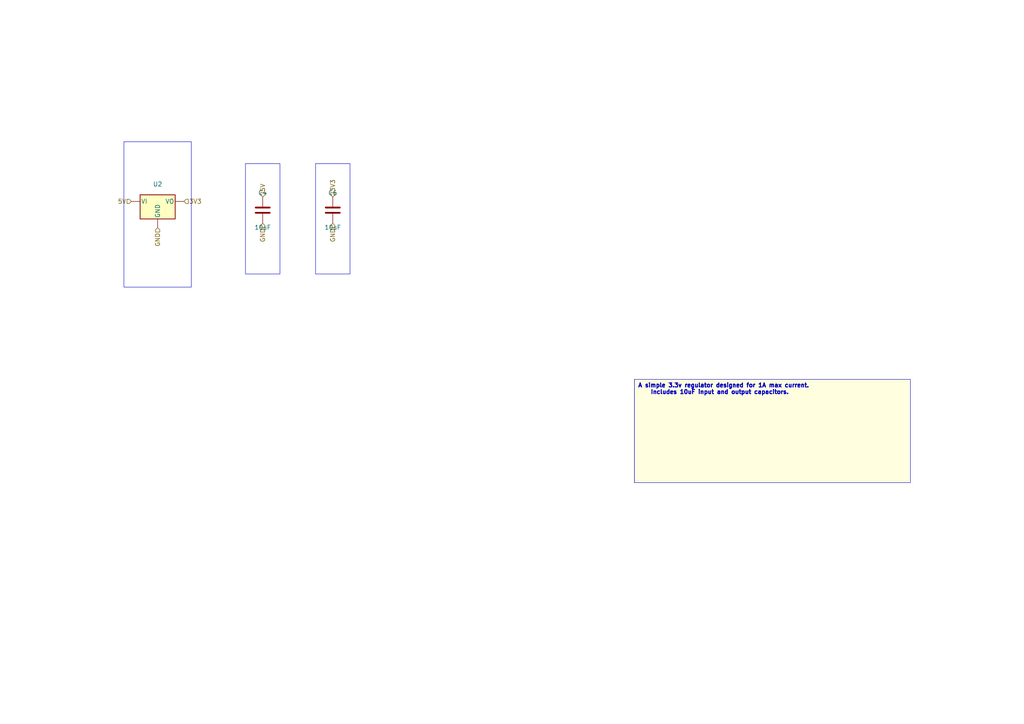
<source format=kicad_sch>
(kicad_sch (version 20250114) (generator "kicad_api") (generator_version 9.0)
  (paper A4)
  (paper A4)
  (lib_symbols
    (symbol "Device:C" (pin_numbers hide) (pin_names (offset 0.254))
      (property "Reference" "C" (at 0.0 0.0 0))
      (property "Value" "C" (at 0.0 0.0 0))
      (symbol "C_0_1"
        (polyline (pts (xy -2.032 0.762) (xy 2.032 0.762)) (stroke (width 0.508)))
        (polyline (pts (xy -2.032 -0.762) (xy 2.032 -0.762)) (stroke (width 0.508)))
      )
      (symbol "C_1_1"
        (pin passive line (at 0.0 3.81 270) (length 2.794) (name ~) (number "1"))
        (pin passive line (at 0.0 -3.81 90) (length 2.794) (name ~) (number "2"))
      )
    )
    (symbol "Regulator_Linear:NCP1117-3.3_SOT223" (pin_numbers hide) (pin_names (offset 0.254))
      (property "Reference" "U" (at 0.0 0.0 0))
      (property "Value" "NCP1117-3.3_SOT223" (at 0.0 0.0 0))
      (symbol "NCP1117-3.3_SOT223_0_1"
        (rectangle (start -5.08 -5.08) (end 5.08 1.905) (stroke (width 0.254)) (fill (type background)))
      )
      (symbol "NCP1117-3.3_SOT223_1_1"
        (pin power_in line (at -7.62 0.0 0) (length 2.54) (name VI) (number "3"))
        (pin power_in line (at 0.0 -7.62 90) (length 2.54) (name GND) (number "1"))
        (pin power_out line (at 7.62 0.0 180) (length 2.54) (name VO) (number "2"))
      )
    )
  )
  (title_block (title regulator) (date 2025-07-29) (company Circuit-Synth))
  (symbol (lib_id Regulator_Linear:NCP1117-3.3_SOT223) (at 45.72 58.42 0)
    (property "Reference" "U2" (at 45.72 53.42 0))
    (property "Footprint" "Package_TO_SOT_SMD:SOT-223-3_TabPin2" (effects (hide yes)))
    (instances (project "circuit" (path "" (reference U2) (unit 1))) (project "example_kicad_project" (path "" (reference U2) (unit 1))))
  )
  (symbol (lib_id Device:C) (at 76.2 60.96 0)
    (property "Reference" "C4" (at 76.2 55.96 0))
    (property "Value" "10uF" (at 76.2 65.96000000000001 0))
    (property "Footprint" "Capacitor_SMD:C_0805_2012Metric" (effects (hide yes)))
    (instances (project "circuit" (path "" (reference C4) (unit 1))) (project "example_kicad_project" (path "" (reference C4) (unit 1))))
  )
  (symbol (lib_id Device:C) (at 96.52 60.96 0)
    (property "Reference" "C6" (at 96.52 55.96 0))
    (property "Value" "10uF" (at 96.52 65.96000000000001 0))
    (property "Footprint" "Capacitor_SMD:C_0805_2012Metric" (effects (hide yes)))
    (instances (project "circuit" (path "" (reference C6) (unit 1))) (project "example_kicad_project" (path "" (reference C6) (unit 1))))
  )
  (hierarchical_label 5V (shape input) (at 38.1 58.42 180))
  (hierarchical_label 5V (shape input) (at 76.2 57.15 90))
  (hierarchical_label GND (shape input) (at 45.72 66.04 270))
  (hierarchical_label GND (shape input) (at 76.2 64.77 270))
  (hierarchical_label GND (shape input) (at 96.52 64.77 270))
  (hierarchical_label 3V3 (shape input) (at 53.339999999999996 58.42 0))
  (hierarchical_label 3V3 (shape input) (at 96.52 57.15 90))
  (rectangle (start 35.941 41.101) (end 55.498999999999995 83.279) (stroke (width 0.127)))
  (rectangle (start 71.2 47.451) (end 81.2 79.469) (stroke (width 0.127)))
  (rectangle (start 91.52 47.451) (end 101.52 79.469) (stroke (width 0.127)))
  (text_box "A simple 3.3v regulator designed for 1A max current.\n    Includes 10uF input and output capacitors." (exclude_from_sim yes) (at 184.0 110.0 0) (size 80.0 30.0) (margins 1.0 1.0 1.0 1.0) (stroke (width 0.1)) (fill (type color) (color 255 255 224 1)) (effects (font (size 1.2 1.2) (thickness 0.254)) (justify left top)))
  (text_box "A simple 3.3v regulator designed for 1A max current.\n    Includes 10uF input and output capacitors." (exclude_from_sim yes) (at 184.0 110.0 0) (size 80.0 30.0) (margins 1.0 1.0 1.0 1.0) (stroke (width 0.1)) (fill (type color) (color 255 255 224 1)) (effects (font (size 1.2 1.2) (thickness 0.254)) (justify left top)))
)
</source>
